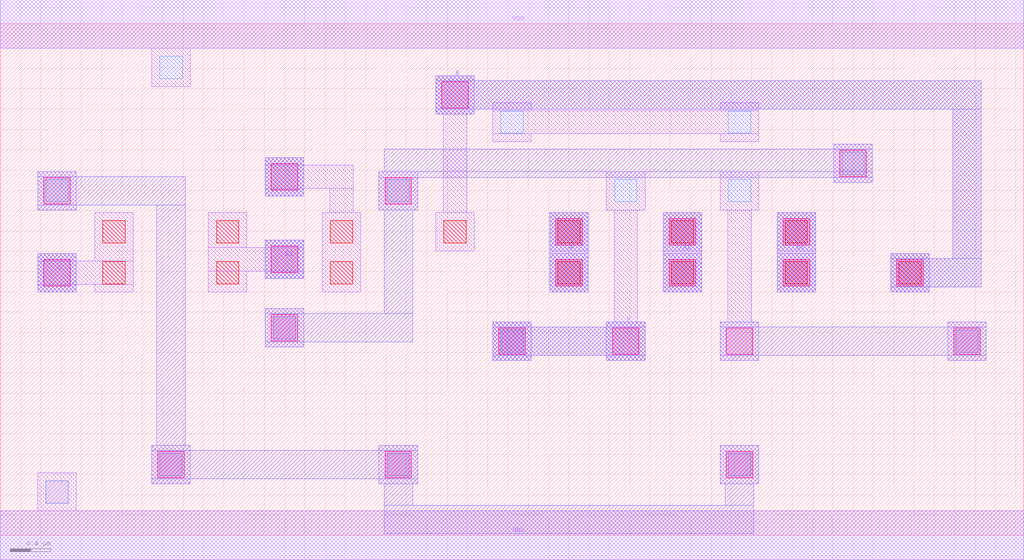
<source format=lef>
MACRO AAOAI2221
 CLASS CORE ;
 FOREIGN AAOAI2221 0 0 ;
 SIZE 10.08 BY 5.04 ;
 ORIGIN 0 0 ;
 SYMMETRY X Y R90 ;
 SITE unit ;
  PIN VDD
   DIRECTION INOUT ;
   USE POWER ;
   SHAPE ABUTMENT ;
    PORT
     CLASS CORE ;
       LAYER met1 ;
        RECT 0.00000000 4.80000000 10.08000000 5.28000000 ;
    END
  END VDD

  PIN GND
   DIRECTION INOUT ;
   USE POWER ;
   SHAPE ABUTMENT ;
    PORT
     CLASS CORE ;
       LAYER met1 ;
        RECT 0.00000000 -0.24000000 10.08000000 0.24000000 ;
    END
  END GND

  PIN Y
   DIRECTION INOUT ;
   USE SIGNAL ;
   SHAPE ABUTMENT ;
    PORT
     CLASS CORE ;
       LAYER met2 ;
        RECT 4.85000000 1.72200000 5.23000000 1.77200000 ;
        RECT 5.97000000 1.72200000 6.35000000 1.77200000 ;
        RECT 4.85000000 1.77200000 6.35000000 2.05200000 ;
        RECT 4.85000000 2.05200000 5.23000000 2.10200000 ;
        RECT 5.97000000 2.05200000 6.35000000 2.10200000 ;
    END
  END Y

  PIN D
   DIRECTION INOUT ;
   USE SIGNAL ;
   SHAPE ABUTMENT ;
    PORT
     CLASS CORE ;
       LAYER met2 ;
        RECT 0.37000000 2.39700000 0.75000000 2.77700000 ;
    END
  END D

  PIN C
   DIRECTION INOUT ;
   USE SIGNAL ;
   SHAPE ABUTMENT ;
    PORT
     CLASS CORE ;
       LAYER met2 ;
        RECT 2.61000000 3.34200000 2.99000000 3.72200000 ;
    END
  END C

  PIN C1
   DIRECTION INOUT ;
   USE SIGNAL ;
   SHAPE ABUTMENT ;
    PORT
     CLASS CORE ;
       LAYER met2 ;
        RECT 2.61000000 2.53200000 2.99000000 2.91200000 ;
    END
  END C1

  PIN B1
   DIRECTION INOUT ;
   USE SIGNAL ;
   SHAPE ABUTMENT ;
    PORT
     CLASS CORE ;
       LAYER met2 ;
        RECT 7.65000000 2.39700000 8.03000000 3.18200000 ;
    END
  END B1

  PIN B
   DIRECTION INOUT ;
   USE SIGNAL ;
   SHAPE ABUTMENT ;
    PORT
     CLASS CORE ;
       LAYER met2 ;
        RECT 8.77000000 2.39700000 9.15000000 2.44700000 ;
        RECT 8.77000000 2.44700000 9.66000000 2.72700000 ;
        RECT 8.77000000 2.72700000 9.15000000 2.77700000 ;
        RECT 4.29000000 4.15200000 4.67000000 4.20200000 ;
        RECT 9.38000000 2.72700000 9.66000000 4.20200000 ;
        RECT 4.29000000 4.20200000 9.66000000 4.48200000 ;
        RECT 4.29000000 4.48200000 4.67000000 4.53200000 ;
    END
  END B

  PIN A
   DIRECTION INOUT ;
   USE SIGNAL ;
   SHAPE ABUTMENT ;
    PORT
     CLASS CORE ;
       LAYER met2 ;
        RECT 5.41000000 2.39700000 5.79000000 3.18200000 ;
    END
  END A

  PIN A1
   DIRECTION INOUT ;
   USE SIGNAL ;
   SHAPE ABUTMENT ;
    PORT
     CLASS CORE ;
       LAYER met2 ;
        RECT 6.53000000 2.39700000 6.91000000 3.18200000 ;
    END
  END A1

 OBS
    LAYER polycont ;
     RECT 1.01000000 2.47700000 1.23000000 2.69700000 ;
     RECT 2.13000000 2.47700000 2.35000000 2.69700000 ;
     RECT 3.25000000 2.47700000 3.47000000 2.69700000 ;
     RECT 5.49000000 2.47700000 5.71000000 2.69700000 ;
     RECT 6.61000000 2.47700000 6.83000000 2.69700000 ;
     RECT 7.73000000 2.47700000 7.95000000 2.69700000 ;
     RECT 8.85000000 2.47700000 9.07000000 2.69700000 ;
     RECT 1.01000000 2.88200000 1.23000000 3.10200000 ;
     RECT 2.13000000 2.88200000 2.35000000 3.10200000 ;
     RECT 3.25000000 2.88200000 3.47000000 3.10200000 ;
     RECT 4.37000000 2.88200000 4.59000000 3.10200000 ;
     RECT 5.49000000 2.88200000 5.71000000 3.10200000 ;
     RECT 6.61000000 2.88200000 6.83000000 3.10200000 ;
     RECT 7.73000000 2.88200000 7.95000000 3.10200000 ;

    LAYER pdiffc ;
     RECT 0.45000000 3.28700000 0.67000000 3.50700000 ;
     RECT 3.81000000 3.28700000 4.03000000 3.50700000 ;
     RECT 6.05000000 3.28700000 6.27000000 3.50700000 ;
     RECT 7.17000000 3.28700000 7.39000000 3.50700000 ;
     RECT 8.29000000 3.55700000 8.51000000 3.77700000 ;
     RECT 4.93000000 3.96200000 5.15000000 4.18200000 ;
     RECT 7.17000000 3.96200000 7.39000000 4.18200000 ;
     RECT 1.57000000 4.50200000 1.79000000 4.72200000 ;

    LAYER ndiffc ;
     RECT 0.45000000 0.31700000 0.67000000 0.53700000 ;
     RECT 1.57000000 0.58700000 1.79000000 0.80700000 ;
     RECT 3.81000000 0.58700000 4.03000000 0.80700000 ;
     RECT 7.17000000 0.58700000 7.39000000 0.80700000 ;
     RECT 4.93000000 1.80200000 5.15000000 2.02200000 ;
     RECT 9.41000000 1.80200000 9.63000000 2.02200000 ;
     RECT 2.69000000 1.93700000 2.91000000 2.15700000 ;

    LAYER met1 ;
     RECT 0.00000000 -0.24000000 10.08000000 0.24000000 ;
     RECT 0.37000000 0.24000000 0.75000000 0.61700000 ;
     RECT 1.49000000 0.50700000 1.87000000 0.88700000 ;
     RECT 3.73000000 0.50700000 4.11000000 0.88700000 ;
     RECT 7.09000000 0.50700000 7.47000000 0.88700000 ;
     RECT 4.85000000 1.72200000 5.23000000 2.10200000 ;
     RECT 9.33000000 1.72200000 9.71000000 2.10200000 ;
     RECT 2.61000000 1.85700000 2.99000000 2.23700000 ;
     RECT 5.41000000 2.39700000 5.79000000 2.77700000 ;
     RECT 6.53000000 2.39700000 6.91000000 2.77700000 ;
     RECT 7.65000000 2.39700000 8.03000000 2.77700000 ;
     RECT 8.77000000 2.39700000 9.15000000 2.77700000 ;
     RECT 0.37000000 2.39700000 0.75000000 2.47200000 ;
     RECT 0.93000000 2.39700000 1.31000000 2.47200000 ;
     RECT 0.37000000 2.47200000 1.31000000 2.70200000 ;
     RECT 0.37000000 2.70200000 0.75000000 2.77700000 ;
     RECT 0.93000000 2.70200000 1.31000000 3.18200000 ;
     RECT 2.05000000 2.39700000 2.43000000 2.60700000 ;
     RECT 2.61000000 2.53200000 2.99000000 2.60700000 ;
     RECT 2.05000000 2.60700000 2.99000000 2.83700000 ;
     RECT 2.61000000 2.83700000 2.99000000 2.91200000 ;
     RECT 2.05000000 2.83700000 2.43000000 3.18200000 ;
     RECT 5.41000000 2.80200000 5.79000000 3.18200000 ;
     RECT 6.53000000 2.80200000 6.91000000 3.18200000 ;
     RECT 7.65000000 2.80200000 8.03000000 3.18200000 ;
     RECT 0.37000000 3.20700000 0.75000000 3.58700000 ;
     RECT 3.73000000 3.20700000 4.11000000 3.58700000 ;
     RECT 5.97000000 1.72200000 6.35000000 2.10200000 ;
     RECT 6.04500000 2.10200000 6.27500000 3.20700000 ;
     RECT 5.97000000 3.20700000 6.35000000 3.58700000 ;
     RECT 7.09000000 1.72200000 7.47000000 2.10200000 ;
     RECT 7.16500000 2.10200000 7.39500000 3.20700000 ;
     RECT 7.09000000 3.20700000 7.47000000 3.58700000 ;
     RECT 3.17000000 2.39700000 3.55000000 3.18200000 ;
     RECT 2.61000000 3.34200000 2.99000000 3.41700000 ;
     RECT 3.24500000 3.18200000 3.47500000 3.41700000 ;
     RECT 2.61000000 3.41700000 3.47500000 3.64700000 ;
     RECT 2.61000000 3.64700000 2.99000000 3.72200000 ;
     RECT 8.21000000 3.47700000 8.59000000 3.85700000 ;
     RECT 4.85000000 3.88200000 5.23000000 3.95700000 ;
     RECT 7.09000000 3.88200000 7.47000000 3.95700000 ;
     RECT 4.85000000 3.95700000 7.47000000 4.18700000 ;
     RECT 4.85000000 4.18700000 5.23000000 4.26200000 ;
     RECT 7.09000000 4.18700000 7.47000000 4.26200000 ;
     RECT 4.29000000 2.80200000 4.67000000 3.18200000 ;
     RECT 4.36500000 3.18200000 4.59500000 4.15200000 ;
     RECT 4.29000000 4.15200000 4.67000000 4.53200000 ;
     RECT 1.49000000 4.42200000 1.87000000 4.80000000 ;
     RECT 0.00000000 4.80000000 10.08000000 5.28000000 ;

    LAYER via1 ;
     RECT 1.55000000 0.56700000 1.81000000 0.82700000 ;
     RECT 3.79000000 0.56700000 4.05000000 0.82700000 ;
     RECT 7.15000000 0.56700000 7.41000000 0.82700000 ;
     RECT 4.91000000 1.78200000 5.17000000 2.04200000 ;
     RECT 6.03000000 1.78200000 6.29000000 2.04200000 ;
     RECT 7.15000000 1.78200000 7.41000000 2.04200000 ;
     RECT 9.39000000 1.78200000 9.65000000 2.04200000 ;
     RECT 2.67000000 1.91700000 2.93000000 2.17700000 ;
     RECT 0.43000000 2.45700000 0.69000000 2.71700000 ;
     RECT 5.47000000 2.45700000 5.73000000 2.71700000 ;
     RECT 6.59000000 2.45700000 6.85000000 2.71700000 ;
     RECT 7.71000000 2.45700000 7.97000000 2.71700000 ;
     RECT 8.83000000 2.45700000 9.09000000 2.71700000 ;
     RECT 2.67000000 2.59200000 2.93000000 2.85200000 ;
     RECT 5.47000000 2.86200000 5.73000000 3.12200000 ;
     RECT 6.59000000 2.86200000 6.85000000 3.12200000 ;
     RECT 7.71000000 2.86200000 7.97000000 3.12200000 ;
     RECT 0.43000000 3.26700000 0.69000000 3.52700000 ;
     RECT 3.79000000 3.26700000 4.05000000 3.52700000 ;
     RECT 2.67000000 3.40200000 2.93000000 3.66200000 ;
     RECT 8.27000000 3.53700000 8.53000000 3.79700000 ;
     RECT 4.35000000 4.21200000 4.61000000 4.47200000 ;

    LAYER met2 ;
     RECT 4.85000000 1.72200000 5.23000000 1.77200000 ;
     RECT 5.97000000 1.72200000 6.35000000 1.77200000 ;
     RECT 4.85000000 1.77200000 6.35000000 2.05200000 ;
     RECT 4.85000000 2.05200000 5.23000000 2.10200000 ;
     RECT 5.97000000 2.05200000 6.35000000 2.10200000 ;
     RECT 7.09000000 1.72200000 7.47000000 1.77200000 ;
     RECT 9.33000000 1.72200000 9.71000000 1.77200000 ;
     RECT 7.09000000 1.77200000 9.71000000 2.05200000 ;
     RECT 7.09000000 2.05200000 7.47000000 2.10200000 ;
     RECT 9.33000000 2.05200000 9.71000000 2.10200000 ;
     RECT 0.37000000 2.39700000 0.75000000 2.77700000 ;
     RECT 2.61000000 2.53200000 2.99000000 2.91200000 ;
     RECT 5.41000000 2.39700000 5.79000000 3.18200000 ;
     RECT 6.53000000 2.39700000 6.91000000 3.18200000 ;
     RECT 7.65000000 2.39700000 8.03000000 3.18200000 ;
     RECT 3.78000000 0.01700000 7.42000000 0.29700000 ;
     RECT 3.78000000 0.29700000 4.06000000 0.50700000 ;
     RECT 7.14000000 0.29700000 7.42000000 0.50700000 ;
     RECT 1.49000000 0.50700000 1.87000000 0.55700000 ;
     RECT 3.73000000 0.50700000 4.11000000 0.55700000 ;
     RECT 1.49000000 0.55700000 4.11000000 0.83700000 ;
     RECT 1.49000000 0.83700000 1.87000000 0.88700000 ;
     RECT 3.73000000 0.83700000 4.11000000 0.88700000 ;
     RECT 7.09000000 0.50700000 7.47000000 0.88700000 ;
     RECT 0.37000000 3.20700000 0.75000000 3.25700000 ;
     RECT 1.54000000 0.88700000 1.82000000 3.25700000 ;
     RECT 0.37000000 3.25700000 1.82000000 3.53700000 ;
     RECT 0.37000000 3.53700000 0.75000000 3.58700000 ;
     RECT 2.61000000 3.34200000 2.99000000 3.72200000 ;
     RECT 2.61000000 1.85700000 2.99000000 1.90700000 ;
     RECT 2.61000000 1.90700000 4.06000000 2.18700000 ;
     RECT 2.61000000 2.18700000 2.99000000 2.23700000 ;
     RECT 3.78000000 2.18700000 4.06000000 3.20700000 ;
     RECT 3.73000000 3.20700000 4.11000000 3.52700000 ;
     RECT 8.21000000 3.47700000 8.59000000 3.52700000 ;
     RECT 3.73000000 3.52700000 8.59000000 3.58700000 ;
     RECT 3.78000000 3.58700000 8.59000000 3.80700000 ;
     RECT 8.21000000 3.80700000 8.59000000 3.85700000 ;
     RECT 8.77000000 2.39700000 9.15000000 2.44700000 ;
     RECT 8.77000000 2.44700000 9.66000000 2.72700000 ;
     RECT 8.77000000 2.72700000 9.15000000 2.77700000 ;
     RECT 4.29000000 4.15200000 4.67000000 4.20200000 ;
     RECT 9.38000000 2.72700000 9.66000000 4.20200000 ;
     RECT 4.29000000 4.20200000 9.66000000 4.48200000 ;
     RECT 4.29000000 4.48200000 4.67000000 4.53200000 ;

 END
END AAOAI2221

</source>
